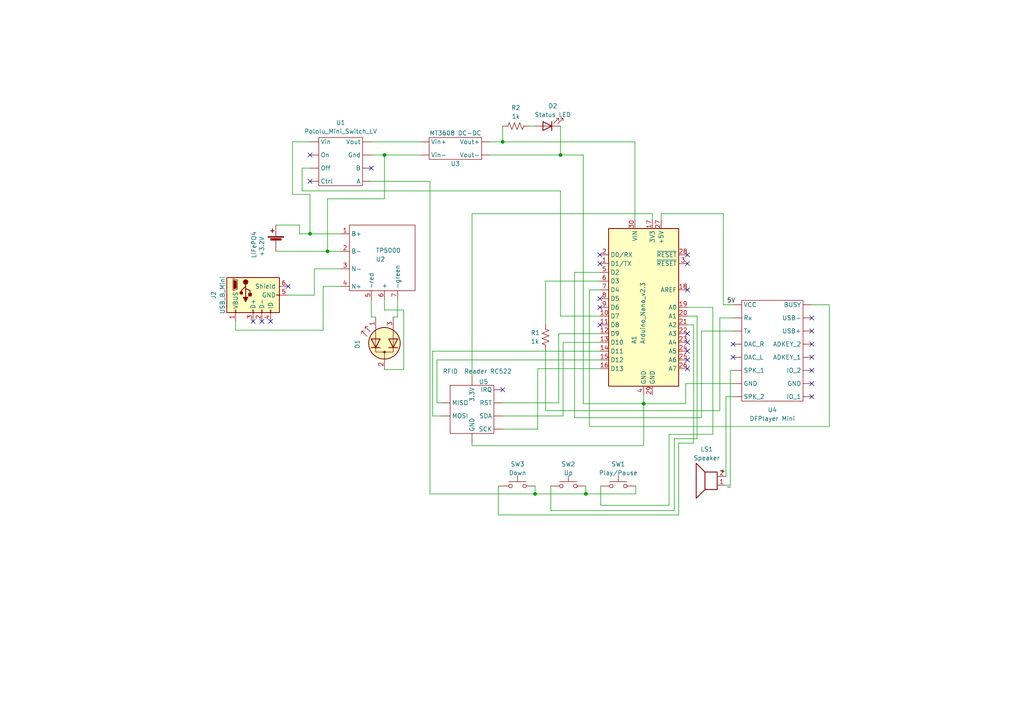
<source format=kicad_sch>
(kicad_sch (version 20230121) (generator eeschema)
  (paper "A4")
  (title_block (title "Boom Box v1.0") (date "2023-04-01") (rev "0"))
  (lib_symbols
    (symbol "00_Eigenbau:DFPlayer Mini"
      (property "Reference" "U" (at 0 -20.32 0))
      (property "Value" "DFPlayer Mini" (at 0 -17.78 0))
      (symbol "DFPlayer Mini_0_1"
        (rectangle (start -8.89 13.97) (end 8.89 -15.24))
      )
      (symbol "DFPlayer Mini_1_1"
        (pin input line (at 11.43 -2.54 180) (length 2.54) (name "ADKEY_1") (number ""))
        (pin input line (at 11.43 1.27 180) (length 2.54) (name "ADKEY_2") (number ""))
        (pin input line (at 11.43 12.7 180) (length 2.54) (name "BUSY") (number ""))
        (pin input line (at -11.43 -2.54 0) (length 2.54) (name "DAC_L") (number ""))
        (pin input line (at -11.43 1.27 0) (length 2.54) (name "DAC_R") (number ""))
        (pin input line (at -11.43 -10.16 0) (length 2.54) (name "GND") (number ""))
        (pin input line (at 11.43 -10.16 180) (length 2.54) (name "GND") (number ""))
        (pin input line (at 11.43 -13.97 180) (length 2.54) (name "IO_1") (number ""))
        (pin input line (at 11.43 -6.35 180) (length 2.54) (name "IO_2") (number ""))
        (pin input line (at -11.43 8.89 0) (length 2.54) (name "Rx") (number ""))
        (pin input line (at -11.43 -6.35 0) (length 2.54) (name "SPK_1") (number ""))
        (pin input line (at -11.43 -13.97 0) (length 2.54) (name "SPK_2") (number ""))
        (pin input line (at -11.43 5.08 0) (length 2.54) (name "Tx") (number ""))
        (pin input line (at 11.43 5.08 180) (length 2.54) (name "USB+") (number ""))
        (pin input line (at 11.43 8.89 180) (length 2.54) (name "USB-") (number ""))
        (pin input line (at -11.43 12.7 0) (length 2.54) (name "VCC") (number ""))
      )
    )
    (symbol "00_Eigenbau:MT3608_DC-DC"
      (property "Reference" "U3" (at 0 -3.81 0))
      (property "Value" "MT3608 DC-DC" (at 0 5.08 0))
      (symbol "MT3608_DC-DC_0_1"
        (rectangle (start -7.62 3.81) (end 7.62 -2.54))
      )
      (symbol "MT3608_DC-DC_1_1"
        (pin input line (at 10.16 2.54 180) (length 2.54) (name "Vin+") (number ""))
        (pin input line (at 10.16 -1.27 180) (length 2.54) (name "Vin-") (number ""))
        (pin input line (at -10.16 2.54 0) (length 2.54) (name "Vout+") (number ""))
        (pin input line (at -10.16 -1.27 0) (length 2.54) (name "Vout-") (number ""))
      )
    )
    (symbol "00_Eigenbau:Pololu_Mini_Switch_LV"
      (property "Reference" "U1" (at 0 10.16 0))
      (property "Value" "Pololu_Mini_Switch_LV" (at 0 7.62 0))
      (symbol "Pololu_Mini_Switch_LV_0_1"
        (rectangle (start -6.35 6.35) (end 6.35 -7.62))
      )
      (symbol "Pololu_Mini_Switch_LV_1_1"
        (pin input line (at 8.89 -6.35 180) (length 2.54) (name "A") (number ""))
        (pin input line (at 8.89 -2.54 180) (length 2.54) (name "B") (number ""))
        (pin input line (at -8.89 -6.35 0) (length 2.54) (name "Ctrl") (number ""))
        (pin input line (at 8.89 1.27 180) (length 2.54) (name "Gnd") (number ""))
        (pin input line (at -8.89 -2.54 0) (length 2.54) (name "Off") (number ""))
        (pin input line (at -8.89 1.27 0) (length 2.54) (name "On") (number ""))
        (pin input line (at -8.89 5.08 0) (length 2.54) (name "Vin") (number ""))
        (pin input line (at 8.89 5.08 180) (length 2.54) (name "Vout") (number ""))
      )
    )
    (symbol "00_Eigenbau:RC522_RFID_Reader"
      (property "Reference" "U5" (at 1.9559 7.366 0))
      (property "Value" "RFID  Reader RC522" (at 1.524 10.414 0))
      (symbol "RC522_RFID_Reader_0_1"
        (rectangle (start -6.35 6.35) (end 6.35 -7.62))
      )
      (symbol "RC522_RFID_Reader_1_1"
        (pin input line (at 0 8.89 270) (length 2.54) (name "3.3V") (number ""))
        (pin input line (at 0 -10.16 90) (length 2.54) (name "GND") (number ""))
        (pin input line (at 8.89 5.08 180) (length 2.54) (name "IRQ") (number ""))
        (pin input line (at -8.89 1.27 0) (length 2.54) (name "MISO") (number ""))
        (pin input line (at -8.89 -2.54 0) (length 2.54) (name "MOSI") (number ""))
        (pin input line (at 8.89 1.27 180) (length 2.54) (name "RST") (number ""))
        (pin input line (at 8.89 -6.35 180) (length 2.54) (name "SCK") (number ""))
        (pin input line (at 8.89 -2.54 180) (length 2.54) (name "SDA") (number ""))
      )
    )
    (symbol "00_Eigenbau:TP5000"
      (property "Reference" "TP5000" (at -3.81 2.54 0))
      (property "Value" "U" (at 0 0 0))
      (symbol "TP5000_0_1"
        (rectangle (start -10.16 10.16) (end 8.89 -8.89))
      )
      (symbol "TP5000_1_1"
        (pin input line (at -12.7 7.62 0) (length 2.54) (name "B+") (number "1"))
        (pin input line (at -12.7 2.54 0) (length 2.54) (name "B-") (number "2"))
        (pin input line (at -12.7 -2.54 0) (length 2.54) (name "N-") (number "3"))
        (pin input line (at -12.7 -7.62 0) (length 2.54) (name "N+") (number "4"))
        (pin input line (at -3.81 -11.43 90) (length 2.54) (name "-red") (number "5"))
        (pin input line (at 0 -11.43 90) (length 2.54) (name "+") (number "6"))
        (pin input line (at 3.81 -11.43 90) (length 2.54) (name "-green") (number "7"))
      )
    )
    (symbol "Connector:USB_B_Mini" (pin_names (offset 1.016))
      (property "Reference" "J" (at -5.08 11.43 0))
      (property "Value" "USB_B_Mini" (at -5.08 8.89 0))
      (symbol "USB_B_Mini_0_1"
        (rectangle (start -5.08 -7.62) (end 5.08 7.62) (stroke (width 0.254)) (fill (type background)))
        (circle (center -3.81 2.159) (radius 0.635) (stroke (width 0.254)) (fill (type outline)))
        (circle (center -0.635 3.429) (radius 0.381) (stroke (width 0.254)) (fill (type outline)))
        (rectangle (start -0.127 -7.62) (end 0.127 -6.858))
        (polyline (pts (xy -1.905 2.159) (xy 0.635 2.159)) (stroke (width 0.254)))
        (polyline (pts (xy -3.175 2.159) (xy -2.54 2.159) (xy -1.27 3.429) (xy -0.635 3.429)) (stroke (width 0.254)))
        (polyline (pts (xy -2.54 2.159) (xy -1.905 2.159) (xy -1.27 0.889) (xy 0 0.889)) (stroke (width 0.254)))
        (polyline (pts (xy 0.635 2.794) (xy 0.635 1.524) (xy 1.905 2.159) (xy 0.635 2.794)) (stroke (width 0.254)) (fill (type outline)))
        (polyline (pts (xy -4.318 5.588) (xy -1.778 5.588) (xy -2.032 4.826) (xy -4.064 4.826) (xy -4.318 5.588)) (fill (type outline)))
        (polyline (pts (xy -4.699 5.842) (xy -4.699 5.588) (xy -4.445 4.826) (xy -4.445 4.572) (xy -1.651 4.572) (xy -1.651 4.826) (xy -1.397 5.588) (xy -1.397 5.842) (xy -4.699 5.842)))
        (rectangle (start 0.254 1.27) (end -0.508 0.508) (stroke (width 0.254)) (fill (type outline)))
        (rectangle (start 5.08 -5.207) (end 4.318 -4.953))
        (rectangle (start 5.08 -2.667) (end 4.318 -2.413))
        (rectangle (start 5.08 -0.127) (end 4.318 0.127))
        (rectangle (start 5.08 4.953) (end 4.318 5.207))
      )
      (symbol "USB_B_Mini_1_1"
        (pin power_out line (at 7.62 5.08 180) (length 2.54) (name "VBUS") (number "1"))
        (pin bidirectional line (at 7.62 -2.54 180) (length 2.54) (name "D-") (number "2"))
        (pin bidirectional line (at 7.62 0 180) (length 2.54) (name "D+") (number "3"))
        (pin passive line (at 7.62 -5.08 180) (length 2.54) (name "ID") (number "4"))
        (pin power_out line (at 0 -10.16 90) (length 2.54) (name "GND") (number "5"))
        (pin passive line (at -2.54 -10.16 90) (length 2.54) (name "Shield") (number "6"))
      )
    )
    (symbol "Device:Battery_Cell" (pin_numbers hide) (pin_names (offset 0) hide)
      (property "Reference" "BT" (at 2.54 2.54 0))
      (property "Value" "Battery_Cell" (at 2.54 0 0))
      (symbol "Battery_Cell_0_1"
        (rectangle (start -2.286 1.778) (end 2.286 1.524) (fill (type outline)))
        (rectangle (start -1.5748 1.1938) (end 1.4732 0.6858) (fill (type outline)))
        (polyline (pts (xy 0 0.762) (xy 0 0)))
        (polyline (pts (xy 0 1.778) (xy 0 2.54)))
        (polyline (pts (xy 0.508 3.429) (xy 1.524 3.429)) (stroke (width 0.254)))
        (polyline (pts (xy 1.016 3.937) (xy 1.016 2.921)) (stroke (width 0.254)))
      )
      (symbol "Battery_Cell_1_1"
        (pin passive line (at 0 5.08 270) (length 2.54) (name "+") (number "1"))
        (pin passive line (at 0 -2.54 90) (length 2.54) (name "-") (number "2"))
      )
    )
    (symbol "Device:LED" (pin_numbers hide) (pin_names (offset 1.016) hide)
      (property "Reference" "D" (at 0 2.54 0))
      (property "Value" "LED" (at 0 -2.54 0))
      (symbol "LED_0_1"
        (polyline (pts (xy -1.27 -1.27) (xy -1.27 1.27)) (stroke (width 0.254)))
        (polyline (pts (xy -1.27 0) (xy 1.27 0)))
        (polyline (pts (xy 1.27 -1.27) (xy 1.27 1.27) (xy -1.27 0) (xy 1.27 -1.27)) (stroke (width 0.254)))
        (polyline (pts (xy -3.048 -0.762) (xy -4.572 -2.286) (xy -3.81 -2.286) (xy -4.572 -2.286) (xy -4.572 -1.524)))
        (polyline (pts (xy -1.778 -0.762) (xy -3.302 -2.286) (xy -2.54 -2.286) (xy -3.302 -2.286) (xy -3.302 -1.524)))
      )
      (symbol "LED_1_1"
        (pin passive line (at -3.81 0 0) (length 2.54) (name "K") (number "1"))
        (pin passive line (at 3.81 0 180) (length 2.54) (name "A") (number "2"))
      )
    )
    (symbol "Device:LED_Dual_AKA" (pin_names (offset 0) hide)
      (property "Reference" "D" (at 0 5.715 0))
      (property "Value" "LED_Dual_AKA" (at 0 -6.35 0))
      (symbol "LED_Dual_AKA_0_1"
        (circle (center -2.54 0) (radius 0.2794) (fill (type outline)))
        (polyline (pts (xy -4.572 0) (xy -2.54 0)))
        (polyline (pts (xy -1.27 -1.27) (xy -1.27 -3.81)) (stroke (width 0.254)))
        (polyline (pts (xy -1.27 1.27) (xy -1.27 3.81)) (stroke (width 0.254)))
        (polyline (pts (xy 3.81 -2.54) (xy 1.905 -2.54)))
        (polyline (pts (xy 3.81 2.54) (xy 1.905 2.54)))
        (polyline (pts (xy 1.27 -3.81) (xy 1.27 -1.27) (xy -1.27 -2.54) (xy 1.27 -3.81)) (stroke (width 0.254)))
        (polyline (pts (xy 1.27 1.27) (xy 1.27 3.81) (xy -1.27 2.54) (xy 1.27 1.27)) (stroke (width 0.254)))
        (polyline (pts (xy 2.032 2.54) (xy -2.54 2.54) (xy -2.54 -2.54) (xy 2.032 -2.54)))
        (polyline (pts (xy 2.032 5.08) (xy 3.556 6.604) (xy 2.794 6.604) (xy 3.556 6.604) (xy 3.556 5.842)))
        (polyline (pts (xy 3.302 4.064) (xy 4.826 5.588) (xy 4.064 5.588) (xy 4.826 5.588) (xy 4.826 4.826)))
        (circle (center 0 0) (radius 4.572) (stroke (width 0.254)) (fill (type background)))
      )
      (symbol "LED_Dual_AKA_1_1"
        (pin input line (at 7.62 2.54 180) (length 3.81) (name "A1") (number "1"))
        (pin input line (at -7.62 0 0) (length 3.048) (name "K") (number "2"))
        (pin input line (at 7.62 -2.54 180) (length 3.81) (name "A2") (number "3"))
      )
    )
    (symbol "Device:R_US" (pin_numbers hide) (pin_names (offset 0))
      (property "Reference" "R" (at 2.54 0 90))
      (property "Value" "R_US" (at -2.54 0 90))
      (symbol "R_US_0_1"
        (polyline (pts (xy 0 -2.286) (xy 0 -2.54)))
        (polyline (pts (xy 0 2.286) (xy 0 2.54)))
        (polyline (pts (xy 0 -0.762) (xy 1.016 -1.143) (xy 0 -1.524) (xy -1.016 -1.905) (xy 0 -2.286)))
        (polyline (pts (xy 0 0.762) (xy 1.016 0.381) (xy 0 0) (xy -1.016 -0.381) (xy 0 -0.762)))
        (polyline (pts (xy 0 2.286) (xy 1.016 1.905) (xy 0 1.524) (xy -1.016 1.143) (xy 0 0.762)))
      )
      (symbol "R_US_1_1"
        (pin passive line (at 0 3.81 270) (length 1.27) (name "~") (number "1"))
        (pin passive line (at 0 -3.81 90) (length 1.27) (name "~") (number "2"))
      )
    )
    (symbol "Device:Speaker" (pin_names (offset 0) hide)
      (property "Reference" "LS" (at 1.27 5.715 0))
      (property "Value" "Speaker" (at 1.27 3.81 0))
      (symbol "Speaker_0_0"
        (rectangle (start -2.54 1.27) (end 1.016 -3.81) (stroke (width 0.254)))
        (polyline (pts (xy 1.016 1.27) (xy 3.556 3.81) (xy 3.556 -6.35) (xy 1.016 -3.81)) (stroke (width 0.254)))
      )
      (symbol "Speaker_1_1"
        (pin input line (at -5.08 0 0) (length 2.54) (name "1") (number "1"))
        (pin input line (at -5.08 -2.54 0) (length 2.54) (name "2") (number "2"))
      )
    )
    (symbol "MCU_Module:Arduino_Nano_v2.x"
      (property "Reference" "A" (at -10.16 23.495 0))
      (property "Value" "Arduino_Nano_v2.x" (at 5.08 -24.13 0))
      (symbol "Arduino_Nano_v2.x_0_1"
        (rectangle (start -10.16 22.86) (end 10.16 -22.86) (stroke (width 0.254)) (fill (type background)))
      )
      (symbol "Arduino_Nano_v2.x_1_1"
        (pin bidirectional line (at -12.7 12.7 0) (length 2.54) (name "D1/TX") (number "1"))
        (pin bidirectional line (at -12.7 -2.54 0) (length 2.54) (name "D7") (number "10"))
        (pin bidirectional line (at -12.7 -5.08 0) (length 2.54) (name "D8") (number "11"))
        (pin bidirectional line (at -12.7 -7.62 0) (length 2.54) (name "D9") (number "12"))
        (pin bidirectional line (at -12.7 -10.16 0) (length 2.54) (name "D10") (number "13"))
        (pin bidirectional line (at -12.7 -12.7 0) (length 2.54) (name "D11") (number "14"))
        (pin bidirectional line (at -12.7 -15.24 0) (length 2.54) (name "D12") (number "15"))
        (pin bidirectional line (at -12.7 -17.78 0) (length 2.54) (name "D13") (number "16"))
        (pin power_out line (at 2.54 25.4 270) (length 2.54) (name "3V3") (number "17"))
        (pin input line (at 12.7 5.08 180) (length 2.54) (name "AREF") (number "18"))
        (pin bidirectional line (at 12.7 0 180) (length 2.54) (name "A0") (number "19"))
        (pin bidirectional line (at -12.7 15.24 0) (length 2.54) (name "D0/RX") (number "2"))
        (pin bidirectional line (at 12.7 -2.54 180) (length 2.54) (name "A1") (number "20"))
        (pin bidirectional line (at 12.7 -5.08 180) (length 2.54) (name "A2") (number "21"))
        (pin bidirectional line (at 12.7 -7.62 180) (length 2.54) (name "A3") (number "22"))
        (pin bidirectional line (at 12.7 -10.16 180) (length 2.54) (name "A4") (number "23"))
        (pin bidirectional line (at 12.7 -12.7 180) (length 2.54) (name "A5") (number "24"))
        (pin bidirectional line (at 12.7 -15.24 180) (length 2.54) (name "A6") (number "25"))
        (pin bidirectional line (at 12.7 -17.78 180) (length 2.54) (name "A7") (number "26"))
        (pin power_out line (at 5.08 25.4 270) (length 2.54) (name "+5V") (number "27"))
        (pin input line (at 12.7 15.24 180) (length 2.54) (name "~{RESET}") (number "28"))
        (pin power_in line (at 2.54 -25.4 90) (length 2.54) (name "GND") (number "29"))
        (pin input line (at 12.7 12.7 180) (length 2.54) (name "~{RESET}") (number "3"))
        (pin power_in line (at -2.54 25.4 270) (length 2.54) (name "VIN") (number "30"))
        (pin power_in line (at 0 -25.4 90) (length 2.54) (name "GND") (number "4"))
        (pin bidirectional line (at -12.7 10.16 0) (length 2.54) (name "D2") (number "5"))
        (pin bidirectional line (at -12.7 7.62 0) (length 2.54) (name "D3") (number "6"))
        (pin bidirectional line (at -12.7 5.08 0) (length 2.54) (name "D4") (number "7"))
        (pin bidirectional line (at -12.7 2.54 0) (length 2.54) (name "D5") (number "8"))
        (pin bidirectional line (at -12.7 0 0) (length 2.54) (name "D6") (number "9"))
      )
    )
    (symbol "Switch:SW_Push" (pin_numbers hide) (pin_names (offset 1.016) hide)
      (property "Reference" "SW" (at 1.27 2.54 0))
      (property "Value" "SW_Push" (at 0 -1.524 0))
      (symbol "SW_Push_0_1"
        (circle (center -2.032 0) (radius 0.508))
        (polyline (pts (xy 0 1.27) (xy 0 3.048)))
        (polyline (pts (xy 2.54 1.27) (xy -2.54 1.27)))
        (circle (center 2.032 0) (radius 0.508))
        (pin passive line (at -5.08 0 0) (length 2.54) (name "1") (number "1"))
        (pin passive line (at 5.08 0 180) (length 2.54) (name "2") (number "2"))
      )
    )
  )
  (junction (at 94.996 72.898))
  (junction (at 162.56 44.958))
  (junction (at 155.194 143.256))
  (junction (at 111.506 44.958))
  (junction (at 145.796 41.148))
  (junction (at 169.926 143.256))
  (junction (at 89.916 67.818))
  (junction (at 186.69 117.094))
  (no_connect (at 173.99 94.234))
  (no_connect (at 235.458 115.062))
  (no_connect (at 73.406 93.218))
  (no_connect (at 212.598 103.632))
  (no_connect (at 199.39 96.774))
  (no_connect (at 235.458 96.012))
  (no_connect (at 235.458 111.252))
  (no_connect (at 89.916 52.578))
  (no_connect (at 145.796 113.03))
  (no_connect (at 235.458 103.632))
  (no_connect (at 235.458 99.822))
  (no_connect (at 75.946 93.218))
  (no_connect (at 83.566 83.058))
  (no_connect (at 212.598 99.822))
  (no_connect (at 78.486 93.218))
  (no_connect (at 199.39 73.914))
  (no_connect (at 173.99 73.914))
  (no_connect (at 107.696 48.768))
  (no_connect (at 199.39 104.394))
  (no_connect (at 173.99 89.154))
  (no_connect (at 199.39 84.074))
  (no_connect (at 199.39 99.314))
  (no_connect (at 199.39 101.854))
  (no_connect (at 235.458 92.202))
  (no_connect (at 199.39 76.454))
  (no_connect (at 235.458 107.442))
  (no_connect (at 173.99 86.614))
  (no_connect (at 199.39 106.934))
  (no_connect (at 173.99 76.454))
  (no_connect (at 89.916 44.958))
  (wire (pts (xy 159.766 148.082) (xy 195.58 148.082)))
  (wire (pts (xy 155.194 143.256) (xy 155.194 140.97)))
  (wire (pts (xy 210.566 140.716) (xy 211.836 140.716)))
  (wire (pts (xy 170.942 84.074) (xy 170.942 123.698)))
  (wire (pts (xy 89.916 48.768) (xy 87.63 48.768)))
  (wire (pts (xy 145.796 36.576) (xy 145.796 41.148)))
  (wire (pts (xy 117.094 89.916) (xy 117.094 107.188)))
  (wire (pts (xy 203.454 96.012) (xy 212.598 96.012)))
  (wire (pts (xy 83.566 85.598) (xy 91.186 85.598)))
  (wire (pts (xy 212.598 107.442) (xy 211.836 107.442)))
  (wire (pts (xy 196.85 128.524) (xy 196.85 149.352)))
  (wire (pts (xy 173.99 78.994) (xy 166.624 78.994)))
  (wire (pts (xy 209.804 88.392) (xy 212.598 88.392)))
  (wire (pts (xy 169.164 44.958) (xy 169.164 117.094)))
  (wire (pts (xy 125.476 101.854) (xy 173.99 101.854)))
  (wire (pts (xy 153.416 36.576) (xy 154.94 36.576)))
  (wire (pts (xy 155.956 124.46) (xy 155.956 106.934)))
  (wire (pts (xy 199.39 89.154) (xy 206.756 89.154)))
  (wire (pts (xy 208.788 92.202) (xy 212.598 92.202)))
  (wire (pts (xy 189.23 63.754) (xy 189.23 61.976)))
  (wire (pts (xy 111.506 89.916) (xy 117.094 89.916)))
  (wire (pts (xy 194.056 125.984) (xy 206.756 125.984)))
  (wire (pts (xy 162.56 91.694) (xy 173.99 91.694)))
  (wire (pts (xy 209.804 61.976) (xy 209.804 88.392)))
  (wire (pts (xy 80.01 72.898) (xy 94.996 72.898)))
  (wire (pts (xy 94.996 57.658) (xy 94.996 72.898)))
  (wire (pts (xy 68.326 95.758) (xy 93.726 95.758)))
  (wire (pts (xy 136.906 61.976) (xy 136.906 109.22)))
  (wire (pts (xy 128.016 116.84) (xy 126.746 116.84)))
  (wire (pts (xy 174.244 146.558) (xy 194.056 146.558)))
  (wire (pts (xy 111.506 44.958) (xy 121.92 44.958)))
  (wire (pts (xy 126.746 104.394) (xy 173.99 104.394)))
  (wire (pts (xy 158.242 101.6) (xy 158.242 119.126)))
  (wire (pts (xy 111.506 57.658) (xy 94.996 57.658)))
  (wire (pts (xy 124.714 143.256) (xy 155.194 143.256)))
  (wire (pts (xy 184.15 41.148) (xy 184.15 63.754)))
  (wire (pts (xy 84.836 41.148) (xy 84.836 56.388)))
  (wire (pts (xy 210.566 115.062) (xy 210.566 138.176)))
  (wire (pts (xy 144.526 149.352) (xy 144.526 140.97)))
  (wire (pts (xy 87.63 48.768) (xy 87.63 55.372)))
  (wire (pts (xy 166.624 78.994) (xy 166.624 121.158)))
  (wire (pts (xy 173.99 84.074) (xy 170.942 84.074)))
  (wire (pts (xy 162.56 36.576) (xy 162.56 44.958)))
  (wire (pts (xy 201.168 94.234) (xy 201.168 128.524)))
  (wire (pts (xy 203.454 121.158) (xy 203.454 96.012)))
  (wire (pts (xy 208.788 119.126) (xy 208.788 92.202)))
  (wire (pts (xy 174.244 140.97) (xy 174.244 146.558)))
  (wire (pts (xy 240.538 88.392) (xy 235.458 88.392)))
  (wire (pts (xy 198.882 111.252) (xy 198.882 117.094)))
  (wire (pts (xy 163.322 99.314) (xy 163.322 120.65)))
  (wire (pts (xy 94.996 72.898) (xy 98.806 72.898)))
  (wire (pts (xy 98.806 67.818) (xy 89.916 67.818)))
  (wire (pts (xy 173.99 81.534) (xy 158.242 81.534)))
  (wire (pts (xy 195.58 148.082) (xy 195.58 127.254)))
  (wire (pts (xy 107.696 44.958) (xy 111.506 44.958)))
  (wire (pts (xy 155.956 106.934) (xy 173.99 106.934)))
  (wire (pts (xy 91.186 85.598) (xy 91.186 77.978)))
  (wire (pts (xy 128.016 120.65) (xy 125.476 120.65)))
  (wire (pts (xy 194.056 146.558) (xy 194.056 125.984)))
  (wire (pts (xy 111.506 86.868) (xy 111.506 89.916)))
  (wire (pts (xy 199.39 94.234) (xy 201.168 94.234)))
  (wire (pts (xy 173.99 99.314) (xy 163.322 99.314)))
  (wire (pts (xy 162.56 55.372) (xy 162.56 91.694)))
  (wire (pts (xy 93.726 95.758) (xy 93.726 83.058)))
  (wire (pts (xy 212.598 111.252) (xy 198.882 111.252)))
  (wire (pts (xy 169.164 117.094) (xy 186.69 117.094)))
  (wire (pts (xy 184.404 140.97) (xy 184.404 143.256)))
  (wire (pts (xy 162.56 44.958) (xy 169.164 44.958)))
  (wire (pts (xy 191.77 63.754) (xy 191.77 61.976)))
  (wire (pts (xy 191.77 61.976) (xy 209.804 61.976)))
  (wire (pts (xy 117.094 107.188) (xy 111.506 107.188)))
  (wire (pts (xy 107.696 86.868) (xy 107.696 91.948)))
  (wire (pts (xy 124.714 52.578) (xy 124.714 143.256)))
  (wire (pts (xy 195.58 127.254) (xy 202.184 127.254)))
  (wire (pts (xy 107.696 41.148) (xy 121.92 41.148)))
  (wire (pts (xy 169.926 140.97) (xy 169.926 143.256)))
  (wire (pts (xy 206.756 125.984) (xy 206.756 89.154)))
  (wire (pts (xy 86.868 67.818) (xy 89.916 67.818)))
  (wire (pts (xy 87.63 55.372) (xy 162.56 55.372)))
  (wire (pts (xy 142.24 41.148) (xy 145.796 41.148)))
  (wire (pts (xy 158.242 119.126) (xy 208.788 119.126)))
  (wire (pts (xy 240.538 123.698) (xy 240.538 88.392)))
  (wire (pts (xy 173.99 96.774) (xy 162.052 96.774)))
  (wire (pts (xy 107.696 52.578) (xy 124.714 52.578)))
  (wire (pts (xy 166.624 121.158) (xy 203.454 121.158)))
  (wire (pts (xy 145.796 124.46) (xy 155.956 124.46)))
  (wire (pts (xy 89.916 56.388) (xy 89.916 67.818)))
  (wire (pts (xy 145.796 41.148) (xy 184.15 41.148)))
  (wire (pts (xy 186.69 117.094) (xy 186.69 114.554)))
  (wire (pts (xy 89.916 41.148) (xy 84.836 41.148)))
  (wire (pts (xy 210.566 115.062) (xy 212.598 115.062)))
  (wire (pts (xy 84.836 56.388) (xy 89.916 56.388)))
  (wire (pts (xy 91.186 77.978) (xy 98.806 77.978)))
  (wire (pts (xy 201.168 128.524) (xy 196.85 128.524)))
  (wire (pts (xy 169.926 143.256) (xy 155.194 143.256)))
  (wire (pts (xy 115.316 91.948) (xy 114.046 91.948)))
  (wire (pts (xy 136.906 129.286) (xy 186.69 129.286)))
  (wire (pts (xy 142.24 44.958) (xy 162.56 44.958)))
  (wire (pts (xy 170.942 123.698) (xy 240.538 123.698)))
  (wire (pts (xy 80.01 65.278) (xy 86.868 65.278)))
  (wire (pts (xy 189.23 61.976) (xy 136.906 61.976)))
  (wire (pts (xy 163.322 120.65) (xy 145.796 120.65)))
  (wire (pts (xy 93.726 83.058) (xy 98.806 83.058)))
  (wire (pts (xy 202.184 127.254) (xy 202.184 91.694)))
  (wire (pts (xy 68.326 93.218) (xy 68.326 95.758)))
  (wire (pts (xy 158.242 81.534) (xy 158.242 93.98)))
  (wire (pts (xy 125.476 120.65) (xy 125.476 101.854)))
  (wire (pts (xy 107.696 91.948) (xy 108.966 91.948)))
  (wire (pts (xy 126.746 116.84) (xy 126.746 104.394)))
  (wire (pts (xy 136.906 128.27) (xy 136.906 129.286)))
  (wire (pts (xy 111.506 44.958) (xy 111.506 57.658)))
  (wire (pts (xy 196.85 149.352) (xy 144.526 149.352)))
  (wire (pts (xy 86.868 65.278) (xy 86.868 67.818)))
  (wire (pts (xy 144.526 140.97) (xy 145.034 140.97)))
  (wire (pts (xy 115.316 86.868) (xy 115.316 91.948)))
  (wire (pts (xy 162.052 96.774) (xy 162.052 116.84)))
  (wire (pts (xy 159.766 140.97) (xy 159.766 148.082)))
  (wire (pts (xy 162.052 116.84) (xy 145.796 116.84)))
  (wire (pts (xy 202.184 91.694) (xy 199.39 91.694)))
  (wire (pts (xy 186.69 129.286) (xy 186.69 117.094)))
  (wire (pts (xy 211.836 107.442) (xy 211.836 140.716)))
  (wire (pts (xy 184.404 143.256) (xy 169.926 143.256)))
  (wire (pts (xy 198.882 117.094) (xy 186.69 117.094)))
  (label "-" (at 210.566 142.24 0))
  (label "+" (at 208.788 137.668 0))
  (label "5V" (at 210.82 88.138 0))
  (symbol (lib_id "00_Eigenbau:TP5000") (at 111.506 75.438 0) (unit 1)
    (property "Reference" "TP5000" (at 108.966 72.644 0) (effects (justify left)))
    (property "Value" "U2" (at 108.966 75.184 0) (effects (justify left)))
    (property "Footprint" "00_Eigenbau_foot:TP5000_Modul" (effects hide))
  )
  (symbol (lib_id "Switch:SW_Push") (at 150.114 140.97 0) (unit 1)
    (property "Reference" "SW3" (at 150.114 134.62 0))
    (property "Value" "Down" (at 150.114 137.16 0))
    (property "Footprint" "Button_Switch_THT:SW_PUSH-12mm" (effects hide))
  )
  (symbol (lib_id "00_Eigenbau:Pololu_Mini_Switch_LV") (at 98.806 46.228 0) (unit 1)
    (property "Reference" "U1" (at 98.806 35.56 0))
    (property "Value" "Pololu_Mini_Switch_LV" (at 98.806 38.1 0))
    (property "Footprint" "00_Eigenbau_foot:Switch_mini" (effects hide))
  )
  (symbol (lib_id "Switch:SW_Push") (at 179.324 140.97 0) (unit 1)
    (property "Reference" "SW1" (at 179.324 134.62 0))
    (property "Value" "Play/Pause" (at 179.324 137.16 0))
    (property "Footprint" "Button_Switch_THT:SW_PUSH-12mm" (effects hide))
  )
  (symbol (lib_id "Device:LED_Dual_AKA") (at 111.506 99.568 90) (unit 1)
    (property "Reference" "D1" (at 103.632 99.822 0))
    (property "Value" "LED_Dual_AKA" (effects hide))
    (property "Footprint" "LED_THT:LED_D5.0mm-3" (effects hide))
  )
  (symbol (lib_id "Device:LED") (at 158.75 36.576 180) (unit 1)
    (property "Reference" "D2" (at 160.3375 30.734 0))
    (property "Value" "Status LED" (at 160.3375 33.274 0))
    (property "Footprint" "LED_THT:LED_D5.0mm" (effects hide))
  )
  (symbol (lib_id "00_Eigenbau:DFPlayer Mini") (at 224.028 101.092 0) (unit 1)
    (property "Reference" "U4" (at 224.028 118.872 0))
    (property "Value" "DFPlayer Mini" (at 224.028 121.412 0))
    (property "Footprint" "00_Eigenbau_foot:DFPlayer_mini" (effects hide))
  )
  (symbol (lib_id "Switch:SW_Push") (at 164.846 140.97 0) (unit 1)
    (property "Reference" "SW2" (at 164.846 134.62 0))
    (property "Value" "Up" (at 164.846 137.16 0))
    (property "Footprint" "Button_Switch_THT:SW_PUSH-12mm" (effects hide))
  )
  (symbol (lib_id "00_Eigenbau:MT3608_DC-DC") (at 132.08 43.688 0) (mirror y) (unit 1)
    (property "Reference" "U3" (at 132.08 47.498 0))
    (property "Value" "MT3608 DC-DC" (at 132.08 38.608 0))
    (property "Footprint" "00_Eigenbau_foot:MT3608_step-up" (effects hide))
  )
  (symbol (lib_id "Device:R_US") (at 149.606 36.576 90) (unit 1)
    (property "Reference" "R2" (at 149.606 31.242 90))
    (property "Value" "1k" (at 149.606 33.782 90))
    (property "Footprint" "Resistor_THT:R_Axial_DIN0204_L3.6mm_D1.6mm_P2.54mm_Vertical" (effects hide))
  )
  (symbol (lib_id "Device:R_US") (at 158.242 97.79 180) (unit 1)
    (property "Reference" "R1" (at 153.924 96.52 0) (effects (justify right)))
    (property "Value" "1k" (at 153.924 99.06 0) (effects (justify right)))
    (property "Footprint" "Resistor_THT:R_Axial_DIN0204_L3.6mm_D1.6mm_P2.54mm_Vertical" (effects hide))
  )
  (symbol (lib_id "Connector:USB_B_Mini") (at 73.406 85.598 90) (mirror x) (unit 1)
    (property "Reference" "J2" (at 61.976 85.598 0))
    (property "Value" "USB_B_Mini" (at 64.516 85.598 0))
    (property "Footprint" "00_Eigenbau_foot:USB_mini_Pololu" (effects hide))
  )
  (symbol (lib_id "00_Eigenbau:RC522_RFID_Reader") (at 136.906 118.11 0) (unit 1)
    (property "Reference" "U5" (at 138.8619 110.744 0) (effects (justify left)))
    (property "Value" "RFID  Reader RC522" (at 138.43 107.696 0))
    (property "Footprint" "00_Eigenbau_foot:RC522_RFID" (effects hide))
  )
  (symbol (lib_id "Device:Battery_Cell") (at 80.01 70.358 0) (mirror y) (unit 1)
    (property "Reference" "LiFePO4" (at 73.66 67.056 90) (effects (justify right)))
    (property "Value" "+3.2V" (at 75.946 68.58 90) (effects (justify right)))
    (property "Footprint" "Connector_JST:JST_XH_S2B-XH-A_1x02_P2.50mm_Horizontal" (effects hide))
  )
  (symbol (lib_id "Device:Speaker") (at 205.486 140.716 180) (unit 1)
    (property "Reference" "LS1" (at 204.978 130.302 0))
    (property "Value" "Speaker" (at 204.978 132.842 0))
    (property "Footprint" "Connector_JST:JST_XH_S2B-XH-A_1x02_P2.50mm_Horizontal" (effects hide))
  )
  (symbol (lib_id "MCU_Module:Arduino_Nano_v2.x") (at 186.69 89.154 0) (unit 1)
    (property "Reference" "A1" (at 183.896 99.822 90) (effects (justify left)))
    (property "Value" "Arduino_Nano_v2.3" (at 186.436 99.822 90) (effects (justify left)))
    (property "Footprint" "Module:Arduino_Nano" (effects hide))
    (property "Datasheet" "https://www.arduino.cc/en/uploads/Main/ArduinoNanoManual23.pdf" (effects hide))
  )
)
</source>
